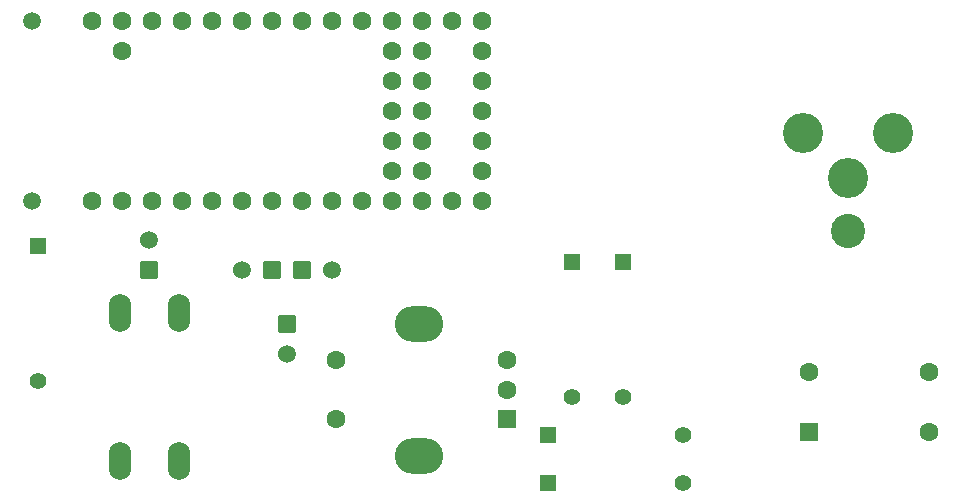
<source format=gbr>
%TF.GenerationSoftware,KiCad,Pcbnew,9.0.3*%
%TF.CreationDate,2025-08-21T23:13:22+10:00*%
%TF.ProjectId,soundrocket,736f756e-6472-46f6-936b-65742e6b6963,rev?*%
%TF.SameCoordinates,Original*%
%TF.FileFunction,Soldermask,Bot*%
%TF.FilePolarity,Negative*%
%FSLAX46Y46*%
G04 Gerber Fmt 4.6, Leading zero omitted, Abs format (unit mm)*
G04 Created by KiCad (PCBNEW 9.0.3) date 2025-08-21 23:13:22*
%MOMM*%
%LPD*%
G01*
G04 APERTURE LIST*
G04 Aperture macros list*
%AMRoundRect*
0 Rectangle with rounded corners*
0 $1 Rounding radius*
0 $2 $3 $4 $5 $6 $7 $8 $9 X,Y pos of 4 corners*
0 Add a 4 corners polygon primitive as box body*
4,1,4,$2,$3,$4,$5,$6,$7,$8,$9,$2,$3,0*
0 Add four circle primitives for the rounded corners*
1,1,$1+$1,$2,$3*
1,1,$1+$1,$4,$5*
1,1,$1+$1,$6,$7*
1,1,$1+$1,$8,$9*
0 Add four rect primitives between the rounded corners*
20,1,$1+$1,$2,$3,$4,$5,0*
20,1,$1+$1,$4,$5,$6,$7,0*
20,1,$1+$1,$6,$7,$8,$9,0*
20,1,$1+$1,$8,$9,$2,$3,0*%
G04 Aperture macros list end*
%ADD10RoundRect,0.102000X0.659000X0.659000X-0.659000X0.659000X-0.659000X-0.659000X0.659000X-0.659000X0*%
%ADD11C,1.522000*%
%ADD12C,1.600000*%
%ADD13RoundRect,0.250000X0.550000X0.550000X-0.550000X0.550000X-0.550000X-0.550000X0.550000X-0.550000X0*%
%ADD14O,4.100000X3.000000*%
%ADD15RoundRect,0.102000X-0.659000X0.659000X-0.659000X-0.659000X0.659000X-0.659000X0.659000X0.659000X0*%
%ADD16C,3.400000*%
%ADD17C,2.900000*%
%ADD18R,1.397000X1.397000*%
%ADD19C,1.397000*%
%ADD20RoundRect,0.102000X-0.698500X-0.698500X0.698500X-0.698500X0.698500X0.698500X-0.698500X0.698500X0*%
%ADD21C,1.601000*%
%ADD22C,1.500000*%
%ADD23RoundRect,0.102000X-0.659000X-0.659000X0.659000X-0.659000X0.659000X0.659000X-0.659000X0.659000X0*%
%ADD24RoundRect,0.102000X0.659000X-0.659000X0.659000X0.659000X-0.659000X0.659000X-0.659000X-0.659000X0*%
%ADD25O,1.900000X3.200000*%
G04 APERTURE END LIST*
D10*
%TO.C,C4*%
X142240000Y-53340000D03*
D11*
X139700000Y-53340000D03*
%TD*%
D12*
%TO.C,U1*%
X127000000Y-47498000D03*
X129540000Y-47498000D03*
X132080000Y-47498000D03*
X134620000Y-47498000D03*
X137160000Y-47498000D03*
X139700000Y-47498000D03*
X142240000Y-47498000D03*
X144780000Y-47498000D03*
X147320000Y-47498000D03*
X149860000Y-47498000D03*
X152400000Y-47498000D03*
X154940000Y-47498000D03*
X157480000Y-47498000D03*
X160020000Y-47498000D03*
X160020000Y-44958000D03*
X160020000Y-42418000D03*
X160020000Y-39878000D03*
X160020000Y-37338000D03*
X160020000Y-34798000D03*
X160020000Y-32258000D03*
X157480000Y-32258000D03*
X154940000Y-32258000D03*
X152400000Y-32258000D03*
X149860000Y-32258000D03*
X147320000Y-32258000D03*
X144780000Y-32258000D03*
X142240000Y-32258000D03*
X139700000Y-32258000D03*
X137160000Y-32258000D03*
X134620000Y-32258000D03*
X132080000Y-32258000D03*
X129540000Y-32258000D03*
X127000000Y-32258000D03*
X129540000Y-34798000D03*
X154940000Y-34798000D03*
X152400000Y-34798000D03*
X154940000Y-37338000D03*
X152400000Y-37338000D03*
X154940000Y-39878000D03*
X152400000Y-39878000D03*
X154940000Y-42418000D03*
X152400000Y-42418000D03*
X154940000Y-44958000D03*
X152400000Y-44958000D03*
%TD*%
D13*
%TO.C,SW2*%
X162190000Y-66000000D03*
D12*
X162190000Y-61000000D03*
X162190000Y-63500000D03*
X147690000Y-66000000D03*
X147690000Y-61000000D03*
D14*
X154690000Y-69100000D03*
X154690000Y-57900000D03*
%TD*%
D15*
%TO.C,C2*%
X143510000Y-57912000D03*
D11*
X143510000Y-60452000D03*
%TD*%
D16*
%TO.C,J1*%
X187198000Y-41783000D03*
X194818000Y-41783000D03*
X191008000Y-45593000D03*
D17*
X191008000Y-50038000D03*
%TD*%
D18*
%TO.C,R4*%
X171958000Y-52705000D03*
D19*
X171958000Y-64135000D03*
%TD*%
D20*
%TO.C,T1*%
X187706000Y-67056000D03*
D21*
X187706000Y-61976000D03*
X197866000Y-67056000D03*
X197866000Y-61976000D03*
%TD*%
D18*
%TO.C,R3*%
X167640000Y-52705000D03*
D19*
X167640000Y-64135000D03*
%TD*%
D22*
%TO.C,GND*%
X121920000Y-47498000D03*
%TD*%
D18*
%TO.C,R5*%
X122428000Y-51308000D03*
D19*
X122428000Y-62738000D03*
%TD*%
D22*
%TO.C,5V*%
X121920000Y-32258000D03*
%TD*%
D23*
%TO.C,C3*%
X144780000Y-53340000D03*
D11*
X147320000Y-53340000D03*
%TD*%
D24*
%TO.C,C1*%
X131826000Y-53340000D03*
D11*
X131826000Y-50800000D03*
%TD*%
D18*
%TO.C,R2*%
X165608000Y-67310000D03*
D19*
X177038000Y-67310000D03*
%TD*%
D25*
%TO.C,SW1*%
X129366000Y-56996000D03*
X134366000Y-56996000D03*
X129366000Y-69496000D03*
X134366000Y-69496000D03*
%TD*%
D18*
%TO.C,R1*%
X165608000Y-71374000D03*
D19*
X177038000Y-71374000D03*
%TD*%
M02*

</source>
